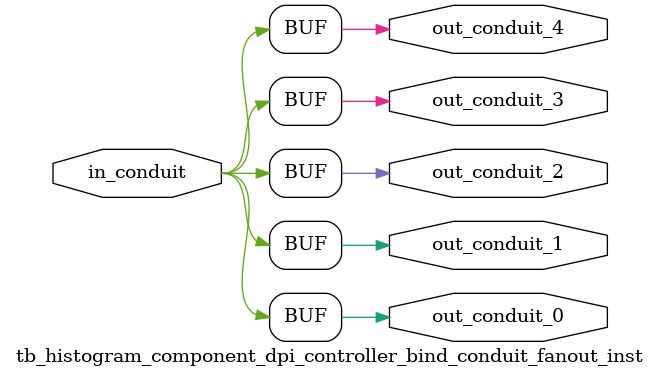
<source format=sv>


 


// --------------------------------------------------------------------------------
//| Avalon Conduit Fan-Out
// --------------------------------------------------------------------------------

// ------------------------------------------
// Generation parameters:
//   output_name:       tb_histogram_component_dpi_controller_bind_conduit_fanout_inst
//   numFanOut:         5
//   
// ------------------------------------------

module tb_histogram_component_dpi_controller_bind_conduit_fanout_inst (     

// Interface: out_conduit_0
 output                    out_conduit_0,
// Interface: out_conduit_1
 output                    out_conduit_1,
// Interface: out_conduit_2
 output                    out_conduit_2,
// Interface: out_conduit_3
 output                    out_conduit_3,
// Interface: out_conduit_4
 output                    out_conduit_4,

// Interface: in_conduit
 input                   in_conduit

);

   assign  out_conduit_0 = in_conduit;
   assign  out_conduit_1 = in_conduit;
   assign  out_conduit_2 = in_conduit;
   assign  out_conduit_3 = in_conduit;
   assign  out_conduit_4 = in_conduit;

endmodule //


</source>
